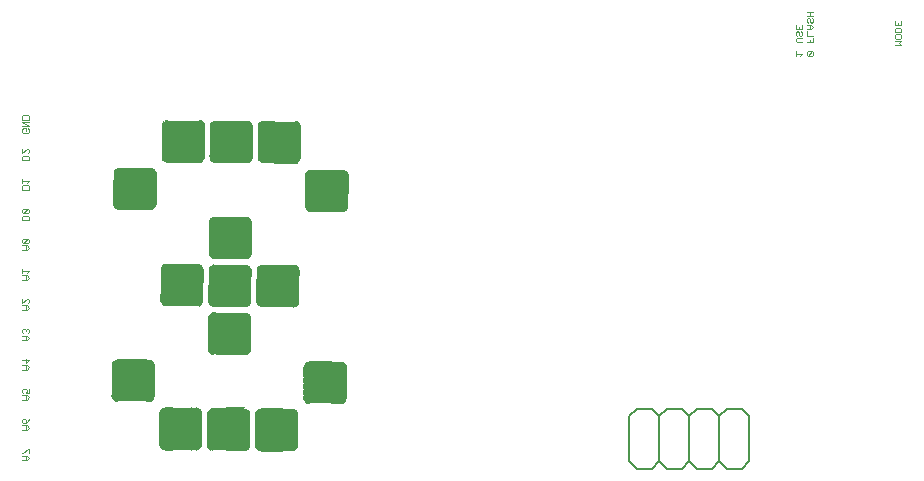
<source format=gbr>
G04 EAGLE Gerber RS-274X export*
G75*
%MOMM*%
%FSLAX34Y34*%
%LPD*%
%INSilkscreen Bottom*%
%IPPOS*%
%AMOC8*
5,1,8,0,0,1.08239X$1,22.5*%
G01*
%ADD10C,0.050800*%
%ADD11R,0.025400X1.625600*%
%ADD12R,0.025400X2.921000*%
%ADD13R,0.025400X0.025400*%
%ADD14R,0.025400X2.997200*%
%ADD15R,0.025400X3.124200*%
%ADD16R,0.025400X3.200400*%
%ADD17R,0.025400X3.302000*%
%ADD18R,0.025400X2.844800*%
%ADD19R,0.025400X3.352800*%
%ADD20R,0.025400X2.895600*%
%ADD21R,0.025400X3.048000*%
%ADD22R,0.025400X3.378200*%
%ADD23R,0.025400X3.149600*%
%ADD24R,0.025400X3.429000*%
%ADD25R,0.025400X3.225800*%
%ADD26R,0.025400X3.454400*%
%ADD27R,0.025400X3.479800*%
%ADD28R,0.025400X3.327400*%
%ADD29R,0.025400X3.505200*%
%ADD30R,0.025400X3.530600*%
%ADD31R,0.025400X3.556000*%
%ADD32R,0.025400X3.581400*%
%ADD33R,0.025400X3.606800*%
%ADD34R,0.025400X3.632200*%
%ADD35R,0.025400X3.403600*%
%ADD36R,0.025400X3.276600*%
%ADD37R,0.025400X3.251200*%
%ADD38R,0.025400X3.073400*%
%ADD39R,0.025400X2.971800*%
%ADD40R,0.025400X1.244600*%
%ADD41R,0.025400X0.050800*%
%ADD42R,0.025400X0.101600*%
%ADD43R,0.025400X0.076200*%
%ADD44R,0.025400X0.812800*%
%ADD45R,0.025400X3.098800*%
%ADD46R,0.025400X3.022600*%
%ADD47R,0.025400X2.819400*%
%ADD48R,0.025400X0.635000*%
%ADD49R,0.025400X1.828800*%
%ADD50R,0.025400X2.946400*%
%ADD51R,0.025400X0.457200*%
%ADD52R,0.025400X3.175000*%
%ADD53R,0.025400X3.657600*%
%ADD54R,0.025400X0.736600*%
%ADD55R,0.025400X2.032000*%
%ADD56R,0.025400X1.930400*%
%ADD57R,0.025400X1.016000*%
%ADD58R,0.025400X1.066800*%
%ADD59R,0.025400X0.609600*%
%ADD60R,0.025400X0.127000*%
%ADD61R,0.025400X2.870200*%
%ADD62R,0.025400X2.794000*%
%ADD63R,0.025400X0.177800*%
%ADD64R,0.025400X1.117600*%
%ADD65R,0.025400X1.524000*%
%ADD66R,0.025400X1.981200*%
%ADD67R,0.025400X2.768600*%
%ADD68R,0.025400X2.438400*%
%ADD69R,0.025400X1.168400*%
%ADD70R,0.025400X1.905000*%
%ADD71R,0.025400X0.838200*%
%ADD72R,0.025400X1.295400*%
%ADD73R,0.025400X2.260600*%
%ADD74R,0.025400X2.209800*%
%ADD75C,0.152400*%


D10*
X762170Y438482D02*
X765899Y438482D01*
X766831Y439414D01*
X766831Y441279D01*
X765899Y442211D01*
X762170Y442211D01*
X761238Y441279D01*
X761238Y439414D01*
X762170Y438482D01*
X765899Y442211D01*
X766831Y449708D02*
X761238Y449708D01*
X766831Y449708D02*
X766831Y453437D01*
X764034Y451573D02*
X764034Y449708D01*
X761238Y455321D02*
X766831Y455321D01*
X761238Y455321D02*
X761238Y459050D01*
X761238Y460935D02*
X764967Y460935D01*
X766831Y462799D01*
X764967Y464663D01*
X761238Y464663D01*
X764034Y464663D02*
X764034Y460935D01*
X766831Y469344D02*
X765899Y470276D01*
X766831Y469344D02*
X766831Y467480D01*
X765899Y466548D01*
X764967Y466548D01*
X764034Y467480D01*
X764034Y469344D01*
X763102Y470276D01*
X762170Y470276D01*
X761238Y469344D01*
X761238Y467480D01*
X762170Y466548D01*
X761238Y472161D02*
X766831Y472161D01*
X764034Y472161D02*
X764034Y475889D01*
X761238Y475889D02*
X766831Y475889D01*
X757687Y440346D02*
X755823Y438482D01*
X757687Y440346D02*
X752094Y440346D01*
X752094Y438482D02*
X752094Y442211D01*
X753026Y449708D02*
X757687Y449708D01*
X753026Y449708D02*
X752094Y450641D01*
X752094Y452505D01*
X753026Y453437D01*
X757687Y453437D01*
X757687Y458118D02*
X756755Y459050D01*
X757687Y458118D02*
X757687Y456254D01*
X756755Y455321D01*
X755823Y455321D01*
X754890Y456254D01*
X754890Y458118D01*
X753958Y459050D01*
X753026Y459050D01*
X752094Y458118D01*
X752094Y456254D01*
X753026Y455321D01*
X757687Y460935D02*
X757687Y464663D01*
X757687Y460935D02*
X752094Y460935D01*
X752094Y464663D01*
X754890Y462799D02*
X754890Y460935D01*
X835914Y447294D02*
X841507Y447294D01*
X839643Y449158D01*
X841507Y451023D01*
X835914Y451023D01*
X841507Y453839D02*
X841507Y455703D01*
X841507Y453839D02*
X840575Y452907D01*
X836846Y452907D01*
X835914Y453839D01*
X835914Y455703D01*
X836846Y456636D01*
X840575Y456636D01*
X841507Y455703D01*
X841507Y458520D02*
X835914Y458520D01*
X835914Y461317D01*
X836846Y462249D01*
X840575Y462249D01*
X841507Y461317D01*
X841507Y458520D01*
X841507Y464133D02*
X841507Y467862D01*
X841507Y464133D02*
X835914Y464133D01*
X835914Y467862D01*
X838710Y465998D02*
X838710Y464133D01*
D11*
X373386Y330077D03*
D12*
X373132Y324362D03*
D13*
X372878Y308868D03*
D14*
X372878Y324489D03*
D15*
X372624Y324108D03*
D16*
X372370Y324235D03*
D17*
X372116Y324235D03*
D18*
X371862Y161929D03*
D19*
X371862Y324235D03*
D20*
X371608Y161929D03*
D19*
X371608Y324235D03*
D21*
X371354Y161675D03*
D22*
X371354Y324108D03*
D23*
X371100Y161675D03*
D24*
X371100Y324108D03*
D25*
X370846Y161548D03*
D26*
X370846Y323981D03*
D17*
X370592Y161675D03*
D27*
X370592Y324108D03*
D28*
X370338Y161548D03*
D29*
X370338Y324235D03*
D22*
X370084Y161548D03*
D30*
X370084Y324108D03*
D24*
X369830Y161548D03*
D31*
X369830Y324235D03*
D26*
X369576Y161421D03*
D31*
X369576Y324235D03*
D27*
X369322Y161548D03*
D32*
X369322Y324108D03*
D30*
X369068Y161548D03*
D32*
X369068Y324108D03*
D30*
X368814Y161548D03*
D32*
X368814Y324108D03*
D31*
X368560Y161675D03*
D32*
X368560Y324108D03*
D31*
X368306Y161675D03*
D32*
X368306Y324108D03*
D31*
X368052Y161675D03*
D32*
X368052Y324108D03*
X367798Y161548D03*
X367798Y324108D03*
X367544Y161548D03*
X367544Y324108D03*
X367290Y161548D03*
X367290Y324108D03*
D33*
X367036Y161675D03*
D32*
X367036Y324108D03*
D33*
X366782Y161675D03*
D32*
X366782Y324108D03*
D33*
X366528Y161675D03*
D32*
X366528Y324108D03*
D33*
X366274Y161675D03*
D32*
X366274Y324108D03*
D33*
X366020Y161675D03*
D32*
X366020Y324108D03*
D33*
X365766Y161675D03*
D32*
X365766Y324108D03*
D33*
X365512Y161675D03*
D32*
X365512Y324108D03*
D33*
X365258Y161675D03*
D32*
X365258Y324108D03*
D33*
X365004Y161675D03*
D32*
X365004Y324108D03*
D34*
X364750Y161802D03*
D32*
X364750Y324108D03*
D34*
X364496Y161802D03*
D32*
X364496Y324108D03*
D34*
X364242Y161802D03*
D32*
X364242Y324108D03*
D34*
X363988Y161802D03*
D32*
X363988Y324108D03*
D34*
X363734Y161802D03*
D32*
X363734Y324108D03*
D34*
X363480Y161802D03*
D32*
X363480Y324108D03*
D34*
X363226Y161802D03*
D32*
X363226Y324108D03*
D34*
X362972Y161802D03*
D32*
X362972Y324108D03*
D34*
X362718Y161802D03*
D32*
X362718Y324108D03*
D34*
X362464Y161802D03*
D32*
X362464Y324108D03*
D34*
X362210Y161802D03*
D32*
X362210Y324108D03*
D34*
X361956Y161802D03*
D32*
X361956Y324108D03*
D34*
X361702Y161802D03*
D32*
X361702Y324108D03*
D34*
X361448Y161802D03*
D32*
X361448Y324108D03*
D34*
X361194Y161802D03*
D32*
X361194Y324108D03*
D34*
X360940Y161802D03*
D32*
X360940Y324108D03*
D34*
X360686Y161802D03*
D32*
X360686Y324108D03*
D34*
X360432Y161802D03*
D32*
X360432Y324108D03*
D34*
X360178Y161802D03*
D32*
X360178Y324108D03*
D34*
X359924Y161802D03*
D32*
X359924Y324108D03*
D34*
X359670Y161802D03*
D32*
X359670Y324108D03*
D33*
X359416Y161929D03*
D32*
X359416Y324108D03*
D33*
X359162Y161929D03*
D32*
X359162Y324108D03*
D33*
X358908Y161929D03*
D32*
X358908Y324108D03*
D33*
X358654Y161929D03*
D32*
X358654Y324108D03*
D33*
X358400Y161929D03*
D32*
X358400Y324108D03*
D33*
X358146Y161929D03*
D32*
X358146Y324108D03*
D33*
X357892Y161929D03*
D32*
X357892Y324108D03*
D33*
X357638Y161929D03*
D32*
X357638Y324108D03*
D33*
X357384Y161929D03*
D32*
X357384Y324108D03*
D33*
X357130Y161929D03*
D32*
X357130Y324108D03*
D33*
X356876Y161929D03*
D32*
X356876Y324108D03*
D33*
X356622Y161929D03*
D32*
X356622Y324108D03*
D33*
X356368Y161929D03*
D32*
X356368Y324108D03*
D33*
X356114Y161929D03*
D32*
X356114Y324108D03*
D33*
X355860Y161929D03*
D32*
X355860Y324108D03*
D33*
X355606Y161929D03*
D32*
X355606Y324108D03*
D33*
X355352Y161929D03*
D32*
X355352Y324108D03*
D33*
X355098Y161929D03*
D32*
X355098Y324108D03*
D33*
X354844Y161929D03*
D32*
X354844Y324108D03*
D33*
X354590Y161929D03*
D32*
X354590Y324108D03*
D33*
X354336Y161929D03*
D32*
X354336Y324108D03*
D33*
X354082Y161929D03*
D32*
X354082Y324108D03*
D33*
X353828Y161929D03*
D32*
X353828Y324108D03*
D33*
X353574Y161929D03*
D32*
X353574Y324108D03*
D33*
X353320Y161929D03*
X353320Y324235D03*
X353066Y161929D03*
X353066Y324235D03*
X352812Y161929D03*
X352812Y324235D03*
X352558Y161929D03*
X352558Y324235D03*
X352304Y161929D03*
X352304Y324235D03*
X352050Y161929D03*
X352050Y324235D03*
X351796Y161929D03*
X351796Y324235D03*
X351542Y161929D03*
X351542Y324235D03*
X351288Y161929D03*
X351288Y324235D03*
X351034Y161929D03*
X351034Y324235D03*
X350780Y161929D03*
X350780Y324235D03*
X350526Y161929D03*
X350526Y324235D03*
X350272Y161929D03*
X350272Y324235D03*
X350018Y161929D03*
X350018Y324235D03*
X349764Y161929D03*
X349764Y324235D03*
X349510Y161929D03*
X349510Y324235D03*
X349256Y161929D03*
X349256Y324235D03*
X349002Y161929D03*
X349002Y324235D03*
X348748Y161929D03*
X348748Y324235D03*
X348494Y161929D03*
X348494Y324235D03*
X348240Y161929D03*
X348240Y324235D03*
X347986Y161929D03*
X347986Y324235D03*
X347732Y161929D03*
X347732Y324235D03*
X347478Y161929D03*
X347478Y324235D03*
X347224Y161929D03*
X347224Y324235D03*
X346970Y161929D03*
X346970Y324235D03*
X346716Y161929D03*
X346716Y324235D03*
X346462Y161929D03*
X346462Y324235D03*
X346208Y161929D03*
X346208Y324235D03*
X345954Y161929D03*
X345954Y324235D03*
X345700Y161929D03*
D32*
X345700Y324362D03*
D33*
X345446Y161929D03*
D32*
X345446Y324362D03*
D33*
X345192Y161929D03*
D32*
X345192Y324362D03*
D33*
X344938Y161929D03*
D32*
X344938Y324362D03*
D33*
X344684Y161929D03*
D32*
X344684Y324362D03*
D33*
X344430Y161929D03*
D32*
X344430Y324362D03*
D33*
X344176Y161929D03*
D32*
X344176Y324362D03*
D33*
X343922Y161929D03*
D32*
X343922Y324362D03*
D33*
X343668Y161929D03*
D32*
X343668Y324362D03*
D33*
X343414Y161929D03*
D32*
X343414Y324362D03*
D33*
X343160Y161929D03*
D32*
X343160Y324362D03*
D33*
X342906Y161929D03*
D32*
X342906Y324362D03*
D33*
X342652Y161929D03*
D32*
X342652Y324362D03*
D33*
X342398Y161929D03*
D32*
X342398Y324362D03*
D33*
X342144Y161929D03*
D32*
X342144Y324362D03*
D33*
X341890Y161929D03*
D32*
X341890Y324362D03*
D33*
X341636Y161929D03*
D32*
X341636Y324362D03*
D33*
X341382Y161929D03*
D31*
X341382Y324235D03*
D33*
X341128Y161929D03*
D31*
X341128Y324235D03*
D33*
X340874Y161929D03*
D31*
X340874Y324235D03*
D32*
X340620Y161802D03*
D30*
X340620Y324362D03*
D32*
X340366Y161802D03*
D29*
X340366Y324235D03*
D32*
X340112Y161802D03*
D27*
X340112Y324362D03*
D32*
X339858Y161802D03*
D26*
X339858Y324235D03*
D31*
X339604Y161675D03*
D35*
X339604Y324235D03*
D30*
X339350Y161802D03*
D19*
X339350Y324235D03*
D30*
X339096Y161802D03*
D28*
X339096Y324362D03*
D27*
X338842Y161802D03*
D36*
X338842Y324108D03*
D27*
X338588Y161802D03*
D37*
X338588Y323981D03*
D26*
X338334Y161675D03*
D23*
X338334Y324235D03*
D22*
X338080Y161802D03*
D38*
X338080Y324108D03*
D19*
X337826Y161675D03*
D39*
X337826Y324108D03*
D28*
X337572Y161548D03*
D40*
X337572Y316488D03*
D13*
X337572Y323092D03*
X337572Y323600D03*
X337572Y324108D03*
X337572Y324616D03*
X337572Y325124D03*
X337572Y325632D03*
X337572Y326140D03*
X337572Y326648D03*
X337572Y327156D03*
X337572Y327664D03*
X337572Y328172D03*
X337572Y328680D03*
X337572Y329188D03*
X337572Y329696D03*
X337572Y330204D03*
X337572Y330712D03*
X337572Y331220D03*
X337572Y331728D03*
X337572Y332236D03*
X337572Y332744D03*
X337572Y333252D03*
X337572Y333760D03*
X337572Y334268D03*
X337572Y334776D03*
X337572Y335284D03*
X337572Y335792D03*
X337572Y336300D03*
X337572Y336808D03*
X337572Y337316D03*
D41*
X337572Y337951D03*
D36*
X337318Y161548D03*
D42*
X337318Y310773D03*
D43*
X337318Y311916D03*
X337318Y312932D03*
X337318Y313948D03*
D44*
X337318Y318647D03*
D25*
X337064Y161548D03*
D45*
X336810Y161675D03*
D46*
X336556Y161548D03*
D47*
X336302Y161294D03*
D13*
X336302Y175772D03*
D42*
X336048Y147959D03*
D41*
X336048Y148975D03*
D43*
X336048Y149864D03*
X336048Y150880D03*
X336048Y151896D03*
X336048Y152912D03*
X336048Y153928D03*
X336048Y154944D03*
X336048Y155960D03*
X336048Y156976D03*
X336048Y157992D03*
X336048Y159008D03*
X336048Y160024D03*
X336048Y161040D03*
X336048Y162056D03*
X336048Y163072D03*
X336048Y164088D03*
X336048Y165104D03*
X336048Y166120D03*
X336048Y167136D03*
X336048Y168152D03*
D48*
X336048Y171962D03*
D49*
X333000Y370463D03*
D50*
X332746Y365383D03*
D45*
X332492Y365129D03*
D15*
X332238Y365256D03*
D51*
X331984Y254385D03*
D16*
X331984Y365383D03*
D12*
X331730Y243590D03*
D17*
X331730Y365129D03*
D38*
X331476Y243336D03*
D19*
X331476Y365129D03*
D23*
X331222Y243209D03*
D19*
X331222Y365129D03*
D16*
X330968Y243209D03*
D22*
X330968Y365256D03*
D47*
X330714Y121924D03*
D36*
X330714Y243336D03*
D24*
X330714Y365256D03*
D46*
X330460Y121416D03*
D17*
X330460Y243209D03*
D27*
X330460Y365002D03*
D15*
X330206Y121416D03*
D19*
X330206Y243209D03*
D29*
X330206Y365129D03*
D52*
X329952Y121416D03*
D35*
X329952Y243209D03*
D29*
X329952Y365129D03*
D25*
X329698Y121416D03*
D24*
X329698Y243336D03*
D30*
X329698Y365002D03*
D17*
X329444Y121289D03*
D27*
X329444Y243336D03*
D31*
X329444Y365129D03*
D28*
X329190Y121416D03*
D29*
X329190Y243209D03*
D31*
X329190Y365129D03*
D22*
X328936Y121416D03*
D29*
X328936Y243209D03*
D32*
X328936Y365002D03*
D24*
X328682Y121416D03*
D30*
X328682Y243336D03*
D32*
X328682Y365002D03*
D27*
X328428Y121416D03*
D31*
X328428Y243209D03*
D32*
X328428Y365002D03*
D29*
X328174Y121289D03*
D31*
X328174Y243209D03*
D32*
X328174Y365002D03*
D29*
X327920Y121289D03*
D31*
X327920Y243209D03*
D32*
X327920Y365002D03*
D30*
X327666Y121416D03*
D31*
X327666Y243209D03*
D33*
X327666Y364875D03*
D31*
X327412Y121289D03*
D32*
X327412Y243082D03*
D33*
X327412Y364875D03*
D31*
X327158Y121289D03*
D33*
X327158Y243209D03*
X327158Y364875D03*
D31*
X326904Y121289D03*
D33*
X326904Y243209D03*
X326904Y364875D03*
D31*
X326650Y121289D03*
D33*
X326650Y243209D03*
X326650Y364875D03*
D31*
X326396Y121289D03*
D33*
X326396Y243209D03*
X326396Y364875D03*
D34*
X326142Y121670D03*
D33*
X326142Y243209D03*
X326142Y364875D03*
D34*
X325888Y121670D03*
D33*
X325888Y243209D03*
X325888Y364875D03*
D34*
X325634Y121670D03*
D33*
X325634Y243209D03*
X325634Y364875D03*
D34*
X325380Y121670D03*
D33*
X325380Y243209D03*
X325380Y364875D03*
D34*
X325126Y121670D03*
D33*
X325126Y243209D03*
X325126Y364875D03*
D34*
X324872Y121670D03*
D33*
X324872Y243209D03*
D32*
X324872Y365002D03*
D34*
X324618Y121670D03*
D33*
X324618Y243209D03*
D32*
X324618Y365002D03*
D34*
X324364Y121670D03*
D33*
X324364Y243209D03*
D32*
X324364Y365002D03*
D34*
X324110Y121670D03*
D33*
X324110Y243209D03*
D32*
X324110Y365002D03*
D34*
X323856Y121670D03*
D32*
X323856Y243336D03*
X323856Y365002D03*
D34*
X323602Y121670D03*
D32*
X323602Y243336D03*
X323602Y365002D03*
D34*
X323348Y121670D03*
D32*
X323348Y243336D03*
X323348Y365002D03*
D34*
X323094Y121670D03*
D32*
X323094Y243336D03*
X323094Y365002D03*
D34*
X322840Y121670D03*
D32*
X322840Y243336D03*
X322840Y365002D03*
D34*
X322586Y121670D03*
D32*
X322586Y243336D03*
X322586Y365002D03*
D34*
X322332Y121670D03*
D32*
X322332Y243336D03*
X322332Y365002D03*
D34*
X322078Y121670D03*
D32*
X322078Y243336D03*
X322078Y365002D03*
D34*
X321824Y121670D03*
D32*
X321824Y243336D03*
X321824Y365002D03*
D34*
X321570Y121670D03*
D32*
X321570Y243336D03*
X321570Y365002D03*
D34*
X321316Y121670D03*
D32*
X321316Y243336D03*
X321316Y365002D03*
D34*
X321062Y121670D03*
D32*
X321062Y243336D03*
X321062Y365002D03*
D34*
X320808Y121670D03*
D32*
X320808Y243336D03*
X320808Y365002D03*
D34*
X320554Y121670D03*
D32*
X320554Y243336D03*
X320554Y365002D03*
D34*
X320300Y121670D03*
D32*
X320300Y243336D03*
X320300Y365002D03*
D34*
X320046Y121670D03*
D32*
X320046Y243336D03*
X320046Y365002D03*
D34*
X319792Y121670D03*
D32*
X319792Y243336D03*
X319792Y365002D03*
D34*
X319538Y121670D03*
D32*
X319538Y243336D03*
X319538Y365002D03*
D34*
X319284Y121670D03*
D32*
X319284Y243336D03*
X319284Y365002D03*
D34*
X319030Y121670D03*
D32*
X319030Y243336D03*
X319030Y365002D03*
D34*
X318776Y121670D03*
D32*
X318776Y243336D03*
X318776Y365002D03*
D34*
X318522Y121670D03*
D32*
X318522Y243336D03*
X318522Y365002D03*
D53*
X318268Y121797D03*
D32*
X318268Y243336D03*
X318268Y365002D03*
D53*
X318014Y121797D03*
D32*
X318014Y243336D03*
X318014Y365002D03*
D53*
X317760Y121797D03*
D32*
X317760Y243336D03*
X317760Y365002D03*
D53*
X317506Y121797D03*
D32*
X317506Y243336D03*
X317506Y365002D03*
D53*
X317252Y121797D03*
D32*
X317252Y243336D03*
X317252Y365002D03*
D53*
X316998Y121797D03*
D32*
X316998Y243336D03*
X316998Y365002D03*
D53*
X316744Y121797D03*
D32*
X316744Y243336D03*
X316744Y365002D03*
D53*
X316490Y121797D03*
D32*
X316490Y243336D03*
X316490Y365002D03*
D53*
X316236Y121797D03*
D32*
X316236Y243336D03*
X316236Y365002D03*
D53*
X315982Y121797D03*
D32*
X315982Y243336D03*
X315982Y365002D03*
D53*
X315728Y121797D03*
D32*
X315728Y243336D03*
X315728Y365002D03*
D53*
X315474Y121797D03*
D32*
X315474Y243336D03*
X315474Y365002D03*
D53*
X315220Y121797D03*
D32*
X315220Y243336D03*
X315220Y365002D03*
D53*
X314966Y121797D03*
D32*
X314966Y243336D03*
X314966Y365002D03*
D53*
X314712Y121797D03*
D32*
X314712Y243336D03*
X314712Y365002D03*
D53*
X314458Y121797D03*
D32*
X314458Y243336D03*
X314458Y365002D03*
D53*
X314204Y121797D03*
D32*
X314204Y243336D03*
X314204Y365002D03*
D53*
X313950Y121797D03*
D32*
X313950Y243336D03*
X313950Y365002D03*
D53*
X313696Y121797D03*
D32*
X313696Y243336D03*
X313696Y365002D03*
D53*
X313442Y121797D03*
D32*
X313442Y243336D03*
X313442Y365002D03*
D53*
X313188Y121797D03*
D32*
X313188Y243336D03*
X313188Y365002D03*
D53*
X312934Y121797D03*
D32*
X312934Y243336D03*
X312934Y365002D03*
D53*
X312680Y121797D03*
D32*
X312680Y243336D03*
X312680Y365002D03*
D53*
X312426Y121797D03*
D32*
X312426Y243336D03*
X312426Y365002D03*
D53*
X312172Y121797D03*
D32*
X312172Y243336D03*
X312172Y365002D03*
D53*
X311918Y121797D03*
D32*
X311918Y243336D03*
X311918Y365002D03*
D53*
X311664Y121797D03*
D32*
X311664Y243336D03*
X311664Y365002D03*
D53*
X311410Y121797D03*
D32*
X311410Y243336D03*
X311410Y365002D03*
D53*
X311156Y121797D03*
D32*
X311156Y243336D03*
X311156Y365002D03*
D53*
X310902Y121797D03*
D32*
X310902Y243336D03*
D33*
X310902Y365129D03*
D53*
X310648Y121797D03*
D32*
X310648Y243336D03*
D34*
X310648Y365256D03*
D53*
X310394Y121797D03*
D32*
X310394Y243336D03*
D33*
X310394Y365129D03*
D53*
X310140Y121797D03*
D32*
X310140Y243336D03*
D33*
X310140Y365129D03*
D53*
X309886Y121797D03*
D32*
X309886Y243336D03*
D33*
X309886Y365129D03*
D53*
X309632Y121797D03*
D32*
X309632Y243336D03*
D33*
X309632Y365129D03*
D53*
X309378Y121797D03*
D32*
X309378Y243336D03*
D33*
X309378Y365129D03*
D53*
X309124Y121797D03*
D32*
X309124Y243336D03*
D33*
X309124Y365129D03*
D53*
X308870Y121797D03*
D32*
X308870Y243336D03*
D33*
X308870Y365129D03*
D53*
X308616Y121797D03*
D32*
X308616Y243336D03*
D33*
X308616Y365129D03*
D53*
X308362Y121797D03*
D32*
X308362Y243336D03*
D33*
X308362Y365129D03*
D53*
X308108Y121797D03*
D32*
X308108Y243336D03*
D33*
X308108Y365129D03*
D53*
X307854Y121797D03*
D32*
X307854Y243336D03*
D33*
X307854Y365129D03*
D53*
X307600Y121797D03*
D32*
X307600Y243336D03*
D33*
X307600Y365129D03*
D53*
X307346Y121797D03*
D32*
X307346Y243336D03*
D33*
X307346Y365129D03*
D53*
X307092Y121797D03*
D32*
X307092Y243336D03*
D33*
X307092Y365129D03*
D53*
X306838Y121797D03*
D32*
X306838Y243336D03*
D33*
X306838Y365129D03*
D53*
X306584Y121797D03*
D32*
X306584Y243336D03*
D33*
X306584Y365129D03*
D53*
X306330Y121797D03*
D32*
X306330Y243336D03*
D33*
X306330Y365129D03*
D53*
X306076Y121797D03*
D32*
X306076Y243336D03*
D33*
X306076Y365129D03*
D53*
X305822Y121797D03*
D32*
X305822Y243336D03*
D33*
X305822Y365129D03*
D53*
X305568Y121797D03*
D32*
X305568Y243336D03*
D33*
X305568Y365129D03*
D53*
X305314Y121797D03*
D32*
X305314Y243336D03*
D33*
X305314Y365129D03*
D53*
X305060Y121797D03*
D32*
X305060Y243336D03*
D33*
X305060Y365129D03*
D53*
X304806Y121797D03*
D32*
X304806Y243336D03*
D33*
X304806Y365129D03*
D53*
X304552Y121797D03*
D32*
X304552Y243336D03*
D33*
X304552Y365129D03*
D53*
X304298Y121797D03*
D32*
X304298Y243336D03*
D33*
X304298Y365129D03*
D53*
X304044Y121797D03*
D32*
X304044Y243336D03*
D33*
X304044Y365129D03*
D53*
X303790Y121797D03*
D32*
X303790Y243336D03*
D33*
X303790Y365129D03*
D53*
X303536Y121797D03*
D32*
X303536Y243336D03*
D33*
X303536Y365129D03*
D53*
X303282Y121797D03*
D32*
X303282Y243336D03*
D33*
X303282Y365129D03*
D53*
X303028Y121797D03*
D32*
X303028Y243336D03*
D33*
X303028Y365129D03*
D53*
X302774Y121797D03*
D32*
X302774Y243336D03*
D33*
X302774Y365129D03*
D53*
X302520Y121797D03*
D32*
X302520Y243336D03*
D33*
X302520Y365129D03*
D53*
X302266Y121797D03*
D32*
X302266Y243336D03*
D33*
X302266Y365129D03*
D53*
X302012Y121797D03*
D32*
X302012Y243336D03*
D33*
X302012Y365129D03*
D53*
X301758Y121797D03*
D32*
X301758Y243336D03*
D34*
X301758Y365256D03*
D53*
X301504Y121797D03*
D32*
X301504Y243336D03*
X301504Y365256D03*
D53*
X301250Y121797D03*
D32*
X301250Y243336D03*
D31*
X301250Y365129D03*
D53*
X300996Y121797D03*
D32*
X300996Y243336D03*
D31*
X300996Y365129D03*
D53*
X300742Y121797D03*
D32*
X300742Y243336D03*
D31*
X300742Y365129D03*
D53*
X300488Y121797D03*
D32*
X300488Y243336D03*
D30*
X300488Y365256D03*
D53*
X300234Y121797D03*
D32*
X300234Y243336D03*
D30*
X300234Y365256D03*
D34*
X299980Y121924D03*
D32*
X299980Y243336D03*
D29*
X299980Y365129D03*
D31*
X299726Y121543D03*
D30*
X299726Y243336D03*
D26*
X299726Y365383D03*
D31*
X299472Y121543D03*
D30*
X299472Y243336D03*
D24*
X299472Y365256D03*
D32*
X299218Y121670D03*
D30*
X299218Y243336D03*
D35*
X299218Y365129D03*
D31*
X298964Y121543D03*
D30*
X298964Y243336D03*
D19*
X298964Y365129D03*
D31*
X298710Y121543D03*
D26*
X298710Y243463D03*
D17*
X298710Y365129D03*
D30*
X298456Y121416D03*
D26*
X298456Y243463D03*
D37*
X298456Y365129D03*
D29*
X298202Y121543D03*
D24*
X298202Y243336D03*
D16*
X298202Y365129D03*
D27*
X297948Y121670D03*
D22*
X297948Y243336D03*
D23*
X297948Y365129D03*
D29*
X297694Y121543D03*
D28*
X297694Y243336D03*
D38*
X297694Y365002D03*
D26*
X297440Y121543D03*
D36*
X297440Y243336D03*
D50*
X297440Y364875D03*
D35*
X297186Y121543D03*
D25*
X297186Y243336D03*
D54*
X297186Y355096D03*
D13*
X297186Y359668D03*
X297186Y360684D03*
X297186Y361700D03*
X297186Y362716D03*
X297186Y363732D03*
X297186Y364748D03*
X297186Y365764D03*
X297186Y366780D03*
X297186Y367796D03*
X297186Y368812D03*
D35*
X296932Y121543D03*
D23*
X296932Y243209D03*
D19*
X296678Y121543D03*
D45*
X296678Y243209D03*
D17*
X296424Y121543D03*
D14*
X296424Y243209D03*
D25*
X296170Y121416D03*
D55*
X296170Y239399D03*
D23*
X295916Y121543D03*
D45*
X295662Y121289D03*
D21*
X295408Y121289D03*
D47*
X295154Y121162D03*
D56*
X292360Y370209D03*
D50*
X292106Y365637D03*
D57*
X291852Y292993D03*
D38*
X291852Y365510D03*
D58*
X291598Y292993D03*
D15*
X291598Y365510D03*
D59*
X291344Y254131D03*
D12*
X291344Y284484D03*
D16*
X291344Y365637D03*
D60*
X291090Y215650D03*
D12*
X291090Y243844D03*
D45*
X291090Y284357D03*
D36*
X291090Y365510D03*
D61*
X290836Y203458D03*
D21*
X290836Y243717D03*
D16*
X290836Y284357D03*
D22*
X290836Y365510D03*
D46*
X290582Y203204D03*
D45*
X290582Y243717D03*
D37*
X290582Y284357D03*
D22*
X290582Y365510D03*
D38*
X290328Y203204D03*
D23*
X290328Y243717D03*
D17*
X290328Y284357D03*
D22*
X290328Y365510D03*
D62*
X290074Y122305D03*
D23*
X290074Y203077D03*
D37*
X290074Y243717D03*
D19*
X290074Y284357D03*
D24*
X290074Y365510D03*
D14*
X289820Y122051D03*
D37*
X289820Y203077D03*
D19*
X289820Y243717D03*
D22*
X289820Y284230D03*
D27*
X289820Y365510D03*
D15*
X289566Y121924D03*
D17*
X289566Y203077D03*
D22*
X289566Y243590D03*
D24*
X289566Y284230D03*
D27*
X289566Y365510D03*
D25*
X289312Y121924D03*
D19*
X289312Y203077D03*
D35*
X289312Y243463D03*
D26*
X289312Y284357D03*
D29*
X289312Y365383D03*
D36*
X289058Y121924D03*
D22*
X289058Y202950D03*
D24*
X289058Y243590D03*
D26*
X289058Y284357D03*
D31*
X289058Y365383D03*
D28*
X288804Y121924D03*
D35*
X288804Y203077D03*
D26*
X288804Y243717D03*
D27*
X288804Y284230D03*
D31*
X288804Y365383D03*
D22*
X288550Y121924D03*
D26*
X288550Y203077D03*
D27*
X288550Y243590D03*
X288550Y284230D03*
D32*
X288550Y365510D03*
D35*
X288296Y121797D03*
D27*
X288296Y202950D03*
D29*
X288296Y243717D03*
D30*
X288296Y284230D03*
D32*
X288296Y365256D03*
D24*
X288042Y121670D03*
D29*
X288042Y203077D03*
D30*
X288042Y243590D03*
D31*
X288042Y284103D03*
D32*
X288042Y365256D03*
D26*
X287788Y121797D03*
D29*
X287788Y203077D03*
D31*
X287788Y243463D03*
X287788Y284103D03*
D32*
X287788Y365256D03*
D26*
X287534Y121797D03*
D30*
X287534Y202950D03*
D31*
X287534Y243463D03*
X287534Y284103D03*
D32*
X287534Y365256D03*
D29*
X287280Y121797D03*
D31*
X287280Y202823D03*
X287280Y243463D03*
X287280Y284103D03*
D33*
X287280Y365129D03*
D30*
X287026Y121670D03*
D32*
X287026Y202950D03*
X287026Y243590D03*
D31*
X287026Y284103D03*
D33*
X287026Y365129D03*
D29*
X286772Y121797D03*
D31*
X286772Y202823D03*
D32*
X286772Y243590D03*
D31*
X286772Y284103D03*
D33*
X286772Y365129D03*
D31*
X286518Y121797D03*
D32*
X286518Y202950D03*
D33*
X286518Y243717D03*
D32*
X286518Y283976D03*
D33*
X286518Y365129D03*
D32*
X286264Y121670D03*
D33*
X286264Y203077D03*
X286264Y243717D03*
D32*
X286264Y283976D03*
D33*
X286264Y365129D03*
X286010Y121797D03*
X286010Y203077D03*
X286010Y243717D03*
D31*
X286010Y284103D03*
D33*
X286010Y365129D03*
X285756Y121797D03*
X285756Y203077D03*
X285756Y243717D03*
D31*
X285756Y284103D03*
D33*
X285756Y365129D03*
X285502Y121797D03*
D13*
X285502Y140212D03*
D33*
X285502Y203077D03*
X285502Y243717D03*
D31*
X285502Y284103D03*
D32*
X285502Y365256D03*
D53*
X285248Y122051D03*
D33*
X285248Y203077D03*
X285248Y243717D03*
D31*
X285248Y284103D03*
D32*
X285248Y365256D03*
D53*
X284994Y122051D03*
D33*
X284994Y203077D03*
X284994Y243717D03*
D31*
X284994Y284103D03*
D32*
X284994Y365256D03*
D53*
X284740Y122051D03*
D33*
X284740Y203077D03*
X284740Y243717D03*
D31*
X284740Y284103D03*
D32*
X284740Y365256D03*
D53*
X284486Y122051D03*
D33*
X284486Y203077D03*
X284486Y243717D03*
D31*
X284486Y284103D03*
D32*
X284486Y365256D03*
D53*
X284232Y122051D03*
D33*
X284232Y203077D03*
X284232Y243717D03*
D31*
X284232Y284103D03*
D32*
X284232Y365256D03*
D53*
X283978Y122051D03*
D33*
X283978Y203077D03*
X283978Y243717D03*
D31*
X283978Y284103D03*
D32*
X283978Y365256D03*
D53*
X283724Y122051D03*
D33*
X283724Y203077D03*
X283724Y243717D03*
D31*
X283724Y284103D03*
D32*
X283724Y365256D03*
D53*
X283470Y122051D03*
D33*
X283470Y203077D03*
X283470Y243717D03*
D31*
X283470Y284103D03*
D32*
X283470Y365256D03*
D53*
X283216Y122051D03*
D33*
X283216Y203077D03*
X283216Y243717D03*
D31*
X283216Y284103D03*
D32*
X283216Y365256D03*
D53*
X282962Y122051D03*
D33*
X282962Y203077D03*
X282962Y243717D03*
D31*
X282962Y284103D03*
D32*
X282962Y365256D03*
D53*
X282708Y122051D03*
D33*
X282708Y203077D03*
X282708Y243717D03*
D31*
X282708Y284103D03*
D32*
X282708Y365256D03*
D53*
X282454Y122051D03*
D33*
X282454Y203077D03*
X282454Y243717D03*
D31*
X282454Y284103D03*
D32*
X282454Y365256D03*
D53*
X282200Y122051D03*
D33*
X282200Y203077D03*
X282200Y243717D03*
D31*
X282200Y284103D03*
D32*
X282200Y365256D03*
D53*
X281946Y122051D03*
D33*
X281946Y203077D03*
X281946Y243717D03*
D31*
X281946Y284103D03*
D32*
X281946Y365256D03*
D53*
X281692Y122051D03*
D33*
X281692Y203077D03*
X281692Y243717D03*
D31*
X281692Y284103D03*
D32*
X281692Y365256D03*
D53*
X281438Y122051D03*
D33*
X281438Y203077D03*
X281438Y243717D03*
D31*
X281438Y284103D03*
D32*
X281438Y365256D03*
D53*
X281184Y122051D03*
D33*
X281184Y203077D03*
X281184Y243717D03*
D31*
X281184Y284103D03*
D32*
X281184Y365256D03*
D53*
X280930Y122051D03*
D33*
X280930Y203077D03*
X280930Y243717D03*
D31*
X280930Y284103D03*
D32*
X280930Y365256D03*
D53*
X280676Y122051D03*
D33*
X280676Y203077D03*
X280676Y243717D03*
D31*
X280676Y284103D03*
D32*
X280676Y365256D03*
D53*
X280422Y122051D03*
D33*
X280422Y203077D03*
X280422Y243717D03*
D31*
X280422Y284103D03*
D32*
X280422Y365256D03*
D53*
X280168Y122051D03*
D33*
X280168Y203077D03*
X280168Y243717D03*
D31*
X280168Y284103D03*
D32*
X280168Y365256D03*
D53*
X279914Y122051D03*
D34*
X279914Y203204D03*
D33*
X279914Y243717D03*
D32*
X279914Y284230D03*
X279914Y365256D03*
D53*
X279660Y122051D03*
D34*
X279660Y203204D03*
D33*
X279660Y243717D03*
X279660Y284357D03*
D32*
X279660Y365256D03*
D53*
X279406Y122051D03*
D34*
X279406Y203204D03*
D33*
X279406Y243717D03*
X279406Y284357D03*
D32*
X279406Y365256D03*
D53*
X279152Y122051D03*
D34*
X279152Y203204D03*
D33*
X279152Y243717D03*
X279152Y284357D03*
D32*
X279152Y365256D03*
D53*
X278898Y122051D03*
D34*
X278898Y203204D03*
D33*
X278898Y243717D03*
X278898Y284357D03*
D32*
X278898Y365256D03*
D53*
X278644Y122051D03*
D34*
X278644Y203204D03*
D33*
X278644Y243717D03*
X278644Y284357D03*
D32*
X278644Y365256D03*
D53*
X278390Y122051D03*
D34*
X278390Y203204D03*
D33*
X278390Y243717D03*
X278390Y284357D03*
D32*
X278390Y365256D03*
D53*
X278136Y122051D03*
D34*
X278136Y203204D03*
D33*
X278136Y243717D03*
X278136Y284357D03*
D32*
X278136Y365256D03*
D53*
X277882Y122051D03*
D34*
X277882Y203204D03*
D33*
X277882Y243717D03*
X277882Y284357D03*
D32*
X277882Y365256D03*
D53*
X277628Y122051D03*
D34*
X277628Y203204D03*
D33*
X277628Y243717D03*
X277628Y284357D03*
D32*
X277628Y365256D03*
D53*
X277374Y122051D03*
D34*
X277374Y203204D03*
D33*
X277374Y243717D03*
X277374Y284357D03*
D32*
X277374Y365256D03*
D53*
X277120Y122051D03*
D34*
X277120Y203204D03*
D33*
X277120Y243717D03*
X277120Y284357D03*
D32*
X277120Y365256D03*
D53*
X276866Y122051D03*
D34*
X276866Y203204D03*
D33*
X276866Y243717D03*
X276866Y284357D03*
D32*
X276866Y365256D03*
D53*
X276612Y122051D03*
D34*
X276612Y203204D03*
D33*
X276612Y243717D03*
X276612Y284357D03*
D32*
X276612Y365256D03*
D53*
X276358Y122051D03*
D34*
X276358Y203204D03*
D33*
X276358Y243717D03*
X276358Y284357D03*
D32*
X276358Y365256D03*
D53*
X276104Y122051D03*
D34*
X276104Y203204D03*
D33*
X276104Y243717D03*
X276104Y284357D03*
D32*
X276104Y365256D03*
D53*
X275850Y122051D03*
D34*
X275850Y203204D03*
D33*
X275850Y243717D03*
X275850Y284357D03*
D32*
X275850Y365256D03*
D53*
X275596Y122051D03*
D34*
X275596Y203204D03*
D33*
X275596Y243717D03*
X275596Y284357D03*
D32*
X275596Y365256D03*
D53*
X275342Y122051D03*
D34*
X275342Y203204D03*
D33*
X275342Y243717D03*
X275342Y284357D03*
D32*
X275342Y365256D03*
D53*
X275088Y122051D03*
D34*
X275088Y203204D03*
D33*
X275088Y243717D03*
X275088Y284357D03*
D32*
X275088Y365256D03*
D53*
X274834Y122051D03*
D34*
X274834Y203204D03*
D33*
X274834Y243717D03*
X274834Y284357D03*
D32*
X274834Y365256D03*
D53*
X274580Y122051D03*
D34*
X274580Y203204D03*
D33*
X274580Y243717D03*
X274580Y284357D03*
D32*
X274580Y365256D03*
D53*
X274326Y122051D03*
D34*
X274326Y203204D03*
D33*
X274326Y243717D03*
X274326Y284357D03*
D32*
X274326Y365256D03*
D53*
X274072Y122051D03*
D34*
X274072Y203204D03*
D33*
X274072Y243717D03*
X274072Y284357D03*
D32*
X274072Y365256D03*
D53*
X273818Y122051D03*
D34*
X273818Y203204D03*
D33*
X273818Y243717D03*
X273818Y284357D03*
D32*
X273818Y365256D03*
D53*
X273564Y122051D03*
D34*
X273564Y203204D03*
D33*
X273564Y243717D03*
X273564Y284357D03*
D32*
X273564Y365256D03*
D53*
X273310Y122051D03*
D34*
X273310Y203204D03*
D33*
X273310Y243717D03*
X273310Y284357D03*
D32*
X273310Y365256D03*
D53*
X273056Y122051D03*
D34*
X273056Y203204D03*
D33*
X273056Y243717D03*
X273056Y284357D03*
D32*
X273056Y365256D03*
D53*
X272802Y122051D03*
D34*
X272802Y203204D03*
D33*
X272802Y243717D03*
X272802Y284357D03*
D32*
X272802Y365256D03*
D53*
X272548Y122051D03*
D34*
X272548Y203204D03*
D33*
X272548Y243717D03*
X272548Y284357D03*
D32*
X272548Y365256D03*
D53*
X272294Y122051D03*
D34*
X272294Y203204D03*
D33*
X272294Y243717D03*
X272294Y284357D03*
D32*
X272294Y365256D03*
D53*
X272040Y122051D03*
D34*
X272040Y203204D03*
D33*
X272040Y243717D03*
X272040Y284357D03*
D32*
X272040Y365256D03*
D53*
X271786Y122051D03*
D34*
X271786Y203204D03*
D33*
X271786Y243717D03*
X271786Y284357D03*
D32*
X271786Y365256D03*
D53*
X271532Y122051D03*
D34*
X271532Y203204D03*
D33*
X271532Y243717D03*
X271532Y284357D03*
D32*
X271532Y365256D03*
D53*
X271278Y122051D03*
D34*
X271278Y203204D03*
D33*
X271278Y243717D03*
X271278Y284357D03*
D32*
X271278Y365256D03*
D53*
X271024Y122051D03*
D34*
X271024Y203204D03*
D33*
X271024Y243717D03*
X271024Y284357D03*
D32*
X271024Y365256D03*
D53*
X270770Y122051D03*
D34*
X270770Y203204D03*
D33*
X270770Y243717D03*
X270770Y284357D03*
D32*
X270770Y365256D03*
D53*
X270516Y122051D03*
D34*
X270516Y203204D03*
D33*
X270516Y243717D03*
X270516Y284357D03*
D32*
X270516Y365256D03*
D34*
X270262Y122178D03*
X270262Y203204D03*
D33*
X270262Y243717D03*
X270262Y284357D03*
D32*
X270262Y365256D03*
D33*
X270008Y122305D03*
D34*
X270008Y203204D03*
D33*
X270008Y243717D03*
X270008Y284357D03*
D32*
X270008Y365256D03*
D33*
X269754Y122305D03*
D34*
X269754Y203204D03*
D33*
X269754Y243717D03*
X269754Y284357D03*
D32*
X269754Y365256D03*
D33*
X269500Y122305D03*
D34*
X269500Y203204D03*
D33*
X269500Y243717D03*
X269500Y284357D03*
X269500Y365383D03*
X269246Y122305D03*
D34*
X269246Y203204D03*
D33*
X269246Y243717D03*
X269246Y284357D03*
X269246Y365383D03*
X268992Y122305D03*
D34*
X268992Y203204D03*
D33*
X268992Y243717D03*
X268992Y284357D03*
D34*
X268992Y365510D03*
D33*
X268738Y122305D03*
D34*
X268738Y203204D03*
D33*
X268738Y243717D03*
X268738Y284357D03*
D34*
X268738Y365510D03*
D33*
X268484Y122305D03*
D34*
X268484Y203204D03*
D33*
X268484Y243717D03*
X268484Y284357D03*
D34*
X268484Y365510D03*
D33*
X268230Y122305D03*
D34*
X268230Y203204D03*
D33*
X268230Y243717D03*
X268230Y284357D03*
D34*
X268230Y365510D03*
D33*
X267976Y122305D03*
D34*
X267976Y203204D03*
D33*
X267976Y243717D03*
X267976Y284357D03*
D34*
X267976Y365510D03*
D33*
X267722Y122305D03*
D34*
X267722Y203204D03*
D33*
X267722Y243717D03*
X267722Y284357D03*
D34*
X267722Y365510D03*
D33*
X267468Y122305D03*
D34*
X267468Y203204D03*
D33*
X267468Y243717D03*
X267468Y284357D03*
D34*
X267468Y365510D03*
D33*
X267214Y122305D03*
D34*
X267214Y203204D03*
D33*
X267214Y243717D03*
X267214Y284357D03*
D34*
X267214Y365510D03*
D33*
X266960Y122305D03*
D34*
X266960Y203204D03*
D33*
X266960Y243717D03*
X266960Y284357D03*
D34*
X266960Y365510D03*
D33*
X266706Y122305D03*
D34*
X266706Y203204D03*
D33*
X266706Y243717D03*
X266706Y284357D03*
D34*
X266706Y365510D03*
D33*
X266452Y122305D03*
D34*
X266452Y203204D03*
D33*
X266452Y243717D03*
X266452Y284357D03*
D34*
X266452Y365510D03*
D33*
X266198Y122305D03*
D34*
X266198Y203204D03*
D33*
X266198Y243717D03*
X266198Y284357D03*
D34*
X266198Y365510D03*
D33*
X265944Y122305D03*
D34*
X265944Y203204D03*
D33*
X265944Y243717D03*
X265944Y284357D03*
D34*
X265944Y365510D03*
D33*
X265690Y122305D03*
D34*
X265690Y203204D03*
D33*
X265690Y243717D03*
X265690Y284357D03*
D34*
X265690Y365510D03*
D33*
X265436Y122305D03*
D34*
X265436Y203204D03*
D33*
X265436Y243717D03*
X265436Y284357D03*
D34*
X265436Y365510D03*
D33*
X265182Y122305D03*
D34*
X265182Y203204D03*
D33*
X265182Y243717D03*
X265182Y284357D03*
D34*
X265182Y365510D03*
D33*
X264928Y122305D03*
D34*
X264928Y203204D03*
D33*
X264928Y243717D03*
X264928Y284357D03*
D34*
X264928Y365510D03*
D33*
X264674Y122305D03*
D34*
X264674Y203204D03*
D33*
X264674Y243717D03*
X264674Y284357D03*
D34*
X264674Y365510D03*
D33*
X264420Y122305D03*
D34*
X264420Y203204D03*
D33*
X264420Y243717D03*
X264420Y284357D03*
D34*
X264420Y365510D03*
D33*
X264166Y122305D03*
D34*
X264166Y203204D03*
D33*
X264166Y243717D03*
X264166Y284357D03*
D34*
X264166Y365510D03*
D33*
X263912Y122305D03*
D34*
X263912Y203204D03*
D33*
X263912Y243717D03*
X263912Y284357D03*
D34*
X263912Y365510D03*
D33*
X263658Y122305D03*
D34*
X263658Y203204D03*
D33*
X263658Y243717D03*
X263658Y284357D03*
D34*
X263658Y365510D03*
D33*
X263404Y122305D03*
D34*
X263404Y203204D03*
D33*
X263404Y243717D03*
X263404Y284357D03*
D34*
X263404Y365510D03*
D33*
X263150Y122305D03*
D34*
X263150Y203204D03*
D33*
X263150Y243717D03*
X263150Y284357D03*
D34*
X263150Y365510D03*
D33*
X262896Y122305D03*
D34*
X262896Y203204D03*
D33*
X262896Y243717D03*
X262896Y284357D03*
D34*
X262896Y365510D03*
D33*
X262642Y122305D03*
D34*
X262642Y203204D03*
D33*
X262642Y243717D03*
X262642Y284357D03*
D34*
X262642Y365510D03*
D33*
X262388Y122305D03*
D34*
X262388Y203204D03*
D33*
X262388Y243717D03*
X262388Y284357D03*
D34*
X262388Y365510D03*
D33*
X262134Y122305D03*
D34*
X262134Y203204D03*
D33*
X262134Y243717D03*
X262134Y284357D03*
D34*
X262134Y365510D03*
D33*
X261880Y122305D03*
D34*
X261880Y203204D03*
D33*
X261880Y243717D03*
X261880Y284357D03*
D34*
X261880Y365510D03*
D33*
X261626Y122305D03*
D34*
X261626Y203204D03*
D33*
X261626Y243717D03*
X261626Y284357D03*
D34*
X261626Y365510D03*
D33*
X261372Y122305D03*
X261372Y203331D03*
X261372Y243717D03*
X261372Y284357D03*
D34*
X261372Y365510D03*
D33*
X261118Y122305D03*
D32*
X261118Y203458D03*
D33*
X261118Y243717D03*
X261118Y284357D03*
D34*
X261118Y365510D03*
D33*
X260864Y122305D03*
D32*
X260864Y203458D03*
D33*
X260864Y243717D03*
X260864Y284357D03*
D32*
X260864Y365764D03*
D33*
X260610Y122305D03*
D32*
X260610Y203458D03*
D33*
X260610Y243717D03*
X260610Y284357D03*
D32*
X260610Y365510D03*
D33*
X260356Y122305D03*
D32*
X260356Y203458D03*
D33*
X260356Y243717D03*
X260356Y284357D03*
D31*
X260356Y365383D03*
D33*
X260102Y122305D03*
D32*
X260102Y203458D03*
D33*
X260102Y243717D03*
X260102Y284357D03*
D31*
X260102Y365383D03*
D33*
X259848Y122305D03*
D30*
X259848Y203204D03*
D32*
X259848Y243844D03*
D33*
X259848Y284357D03*
D31*
X259848Y365637D03*
D33*
X259594Y122305D03*
D31*
X259594Y203331D03*
X259594Y243971D03*
D33*
X259594Y284357D03*
D29*
X259594Y365637D03*
D32*
X259340Y122178D03*
D31*
X259340Y203331D03*
X259340Y243971D03*
D30*
X259340Y284484D03*
D27*
X259340Y365510D03*
D32*
X259086Y122178D03*
D31*
X259086Y203331D03*
D30*
X259086Y243844D03*
D29*
X259086Y284357D03*
D24*
X259086Y365510D03*
D31*
X258832Y122051D03*
X258832Y203331D03*
D29*
X258832Y243717D03*
X258832Y284357D03*
D24*
X258832Y365510D03*
D31*
X258578Y122051D03*
D30*
X258578Y203204D03*
D29*
X258578Y243717D03*
D27*
X258578Y284230D03*
D24*
X258578Y365510D03*
D32*
X258324Y121924D03*
D29*
X258324Y203077D03*
D27*
X258324Y243844D03*
D26*
X258324Y284357D03*
D22*
X258324Y365510D03*
D31*
X258070Y122051D03*
D27*
X258070Y203204D03*
D26*
X258070Y243717D03*
D24*
X258070Y284230D03*
D28*
X258070Y365510D03*
D31*
X257816Y122051D03*
D26*
X257816Y203077D03*
D24*
X257816Y243844D03*
D35*
X257816Y284357D03*
D36*
X257816Y365510D03*
D29*
X257562Y122051D03*
D26*
X257562Y203077D03*
D24*
X257562Y243844D03*
D19*
X257562Y284357D03*
D25*
X257562Y365510D03*
D27*
X257308Y121924D03*
D24*
X257308Y203204D03*
D35*
X257308Y243717D03*
D17*
X257308Y284357D03*
D52*
X257308Y365510D03*
D27*
X257054Y121924D03*
D35*
X257054Y203077D03*
D19*
X257054Y243717D03*
D37*
X257054Y284357D03*
D38*
X257054Y365256D03*
D24*
X256800Y121924D03*
D19*
X256800Y203077D03*
D37*
X256800Y243717D03*
D52*
X256800Y284230D03*
D12*
X256800Y365256D03*
D24*
X256546Y121924D03*
D17*
X256546Y203077D03*
D16*
X256546Y243717D03*
D15*
X256546Y284230D03*
D63*
X256546Y353318D03*
D22*
X256292Y121924D03*
D37*
X256292Y203077D03*
D16*
X256292Y243717D03*
D38*
X256292Y284230D03*
D60*
X256292Y353318D03*
D22*
X256038Y121924D03*
D16*
X256038Y203077D03*
D45*
X256038Y243463D03*
D50*
X256038Y284103D03*
D36*
X255784Y121924D03*
D15*
X255784Y202950D03*
D50*
X255784Y243463D03*
D64*
X255784Y275721D03*
D25*
X255530Y121924D03*
D14*
X255530Y202823D03*
D65*
X255530Y237113D03*
D23*
X255276Y121797D03*
D66*
X255276Y198759D03*
D45*
X255022Y121797D03*
D56*
X255022Y198759D03*
D14*
X254768Y121797D03*
D67*
X254514Y121416D03*
D68*
X251720Y367923D03*
D14*
X251466Y365891D03*
D21*
X251212Y365891D03*
D15*
X250958Y365764D03*
D69*
X250704Y252099D03*
D37*
X250704Y365891D03*
D39*
X250450Y244352D03*
D17*
X250450Y365891D03*
D38*
X250196Y244098D03*
D19*
X250196Y365891D03*
D45*
X249942Y243971D03*
D22*
X249942Y365764D03*
D13*
X249688Y128274D03*
X249688Y129544D03*
X249688Y130814D03*
X249688Y132084D03*
X249688Y133354D03*
X249688Y134624D03*
X249688Y136402D03*
D25*
X249688Y244098D03*
D35*
X249688Y365637D03*
D18*
X249434Y122559D03*
D36*
X249434Y244098D03*
D24*
X249434Y365764D03*
D21*
X249180Y122305D03*
D28*
X249180Y244098D03*
D27*
X249180Y365764D03*
D15*
X248926Y122432D03*
D22*
X248926Y244098D03*
D29*
X248926Y365891D03*
D52*
X248672Y122432D03*
D35*
X248672Y243971D03*
D29*
X248672Y365637D03*
D37*
X248418Y122305D03*
D24*
X248418Y243844D03*
D30*
X248418Y365764D03*
D17*
X248164Y122305D03*
D26*
X248164Y243971D03*
D31*
X248164Y365891D03*
D19*
X247910Y122305D03*
D27*
X247910Y243844D03*
D31*
X247910Y365891D03*
D35*
X247656Y122305D03*
D29*
X247656Y243971D03*
D32*
X247656Y365764D03*
D24*
X247402Y122178D03*
D30*
X247402Y244098D03*
D33*
X247402Y365637D03*
D24*
X247148Y122178D03*
D30*
X247148Y244098D03*
D33*
X247148Y365637D03*
D29*
X246894Y122305D03*
D31*
X246894Y243971D03*
D34*
X246894Y365510D03*
D29*
X246640Y122305D03*
D31*
X246640Y243971D03*
D34*
X246640Y365510D03*
D30*
X246386Y122178D03*
D32*
X246386Y244098D03*
D34*
X246386Y365510D03*
D30*
X246132Y122178D03*
D32*
X246132Y244098D03*
D33*
X246132Y365637D03*
D31*
X245878Y122305D03*
D32*
X245878Y244098D03*
D33*
X245878Y365637D03*
D31*
X245624Y122305D03*
D32*
X245624Y244098D03*
D33*
X245624Y365637D03*
D31*
X245370Y122305D03*
D32*
X245370Y244098D03*
D33*
X245370Y365637D03*
D34*
X245116Y122432D03*
D32*
X245116Y244098D03*
D33*
X245116Y365637D03*
D53*
X244862Y122305D03*
D32*
X244862Y244098D03*
D33*
X244862Y365637D03*
D34*
X244608Y122432D03*
D32*
X244608Y244098D03*
D33*
X244608Y365637D03*
D34*
X244354Y122432D03*
D32*
X244354Y244098D03*
D33*
X244354Y365637D03*
D34*
X244100Y122432D03*
D32*
X244100Y244098D03*
D33*
X244100Y365637D03*
D34*
X243846Y122432D03*
D32*
X243846Y244098D03*
D33*
X243846Y365637D03*
D34*
X243592Y122432D03*
D32*
X243592Y244098D03*
D33*
X243592Y365637D03*
D34*
X243338Y122432D03*
D32*
X243338Y244098D03*
D33*
X243338Y365637D03*
D34*
X243084Y122432D03*
D32*
X243084Y244098D03*
D33*
X243084Y365637D03*
D34*
X242830Y122432D03*
D32*
X242830Y244098D03*
D33*
X242830Y365637D03*
D34*
X242576Y122432D03*
D32*
X242576Y244098D03*
D33*
X242576Y365637D03*
D34*
X242322Y122432D03*
D32*
X242322Y244098D03*
D33*
X242322Y365637D03*
D34*
X242068Y122432D03*
D32*
X242068Y244098D03*
D33*
X242068Y365637D03*
D34*
X241814Y122432D03*
D32*
X241814Y244098D03*
D33*
X241814Y365637D03*
D34*
X241560Y122432D03*
D32*
X241560Y244098D03*
D33*
X241560Y365637D03*
D34*
X241306Y122432D03*
D32*
X241306Y244098D03*
D33*
X241306Y365637D03*
D34*
X241052Y122432D03*
D32*
X241052Y244098D03*
D33*
X241052Y365637D03*
D53*
X240798Y122305D03*
D32*
X240798Y244098D03*
D33*
X240798Y365637D03*
D34*
X240544Y122432D03*
D32*
X240544Y244098D03*
D33*
X240544Y365637D03*
X240290Y122559D03*
D32*
X240290Y244098D03*
D33*
X240290Y365637D03*
X240036Y122559D03*
D32*
X240036Y244098D03*
D33*
X240036Y365637D03*
X239782Y122559D03*
D32*
X239782Y244098D03*
D33*
X239782Y365637D03*
X239528Y122559D03*
D32*
X239528Y244098D03*
D33*
X239528Y365637D03*
X239274Y122559D03*
D32*
X239274Y244098D03*
D33*
X239274Y365637D03*
X239020Y122559D03*
D32*
X239020Y244098D03*
D33*
X239020Y365637D03*
X238766Y122559D03*
D32*
X238766Y244098D03*
D33*
X238766Y365637D03*
X238512Y122559D03*
D32*
X238512Y244098D03*
D33*
X238512Y365637D03*
X238258Y122559D03*
D32*
X238258Y244098D03*
D33*
X238258Y365637D03*
X238004Y122559D03*
D32*
X238004Y244098D03*
D33*
X238004Y365637D03*
X237750Y122559D03*
D32*
X237750Y244098D03*
D33*
X237750Y365637D03*
X237496Y122559D03*
D32*
X237496Y244098D03*
D33*
X237496Y365637D03*
X237242Y122559D03*
D32*
X237242Y244098D03*
D33*
X237242Y365637D03*
X236988Y122559D03*
D32*
X236988Y244098D03*
D33*
X236988Y365637D03*
X236734Y122559D03*
D32*
X236734Y244098D03*
D33*
X236734Y365637D03*
X236480Y122559D03*
D32*
X236480Y244098D03*
D33*
X236480Y365637D03*
X236226Y122559D03*
D32*
X236226Y244098D03*
D33*
X236226Y365637D03*
X235972Y122559D03*
D32*
X235972Y244098D03*
D33*
X235972Y365637D03*
X235718Y122559D03*
D32*
X235718Y244098D03*
D33*
X235718Y365637D03*
X235464Y122559D03*
D32*
X235464Y244098D03*
D33*
X235464Y365637D03*
X235210Y122559D03*
D32*
X235210Y244098D03*
D33*
X235210Y365637D03*
X234956Y122559D03*
D32*
X234956Y244098D03*
D33*
X234956Y365637D03*
X234702Y122559D03*
D32*
X234702Y244098D03*
D33*
X234702Y365637D03*
X234448Y122559D03*
D32*
X234448Y244098D03*
D33*
X234448Y365637D03*
X234194Y122559D03*
D32*
X234194Y244098D03*
D33*
X234194Y365637D03*
X233940Y122559D03*
D32*
X233940Y244098D03*
D33*
X233940Y365637D03*
X233686Y122559D03*
D32*
X233686Y244098D03*
D33*
X233686Y365637D03*
X233432Y122559D03*
D32*
X233432Y244098D03*
D33*
X233432Y365637D03*
X233178Y122559D03*
D32*
X233178Y244098D03*
D33*
X233178Y365637D03*
X232924Y122559D03*
D32*
X232924Y244098D03*
D33*
X232924Y365637D03*
X232670Y122559D03*
D32*
X232670Y244098D03*
D33*
X232670Y365637D03*
X232416Y122559D03*
D32*
X232416Y244098D03*
D33*
X232416Y365637D03*
X232162Y122559D03*
D32*
X232162Y244098D03*
D33*
X232162Y365637D03*
X231908Y122559D03*
D32*
X231908Y244098D03*
D33*
X231908Y365637D03*
X231654Y122559D03*
D32*
X231654Y244098D03*
D33*
X231654Y365637D03*
X231400Y122559D03*
D32*
X231400Y244098D03*
D33*
X231400Y365637D03*
X231146Y122559D03*
D32*
X231146Y244098D03*
D33*
X231146Y365637D03*
X230892Y122559D03*
D32*
X230892Y244098D03*
D33*
X230892Y365637D03*
X230638Y122559D03*
D32*
X230638Y244098D03*
D33*
X230638Y365637D03*
X230384Y122559D03*
D32*
X230384Y244098D03*
D33*
X230384Y365637D03*
X230130Y122559D03*
D32*
X230130Y244098D03*
D33*
X230130Y365637D03*
X229876Y122559D03*
D32*
X229876Y244098D03*
D33*
X229876Y365637D03*
X229622Y122559D03*
D32*
X229622Y244098D03*
D33*
X229622Y365637D03*
X229368Y122559D03*
D32*
X229368Y244098D03*
D33*
X229368Y365637D03*
X229114Y122559D03*
D32*
X229114Y244098D03*
D33*
X229114Y365637D03*
X228860Y122559D03*
D32*
X228860Y244098D03*
D33*
X228860Y365637D03*
X228606Y122559D03*
D32*
X228606Y244098D03*
D33*
X228606Y365637D03*
X228352Y122559D03*
D32*
X228352Y244098D03*
D33*
X228352Y365637D03*
X228098Y122559D03*
D32*
X228098Y244098D03*
D33*
X228098Y365637D03*
X227844Y122559D03*
D32*
X227844Y244098D03*
D34*
X227844Y365764D03*
D33*
X227590Y122559D03*
D32*
X227590Y244098D03*
D34*
X227590Y365764D03*
D33*
X227336Y122559D03*
D32*
X227336Y244098D03*
D34*
X227336Y365764D03*
D33*
X227082Y122559D03*
D32*
X227082Y244098D03*
D34*
X227082Y365764D03*
D33*
X226828Y122559D03*
D32*
X226828Y244098D03*
D34*
X226828Y365764D03*
D33*
X226574Y122559D03*
D32*
X226574Y244098D03*
D34*
X226574Y365764D03*
D33*
X226320Y122559D03*
D32*
X226320Y244098D03*
D34*
X226320Y365764D03*
D33*
X226066Y122559D03*
D32*
X226066Y244098D03*
D34*
X226066Y365764D03*
D33*
X225812Y122559D03*
D32*
X225812Y244098D03*
D34*
X225812Y365764D03*
D33*
X225558Y122559D03*
D32*
X225558Y244098D03*
D34*
X225558Y365764D03*
D33*
X225304Y122559D03*
D32*
X225304Y244098D03*
D34*
X225304Y365764D03*
X225050Y122686D03*
D32*
X225050Y244098D03*
D34*
X225050Y365764D03*
D53*
X224796Y122813D03*
D32*
X224796Y244098D03*
D34*
X224796Y365764D03*
D53*
X224542Y122813D03*
D32*
X224542Y244098D03*
D34*
X224542Y365764D03*
D53*
X224288Y122813D03*
D32*
X224288Y244098D03*
D34*
X224288Y365764D03*
D53*
X224034Y122813D03*
D32*
X224034Y244098D03*
D34*
X224034Y365764D03*
D53*
X223780Y122813D03*
D32*
X223780Y244098D03*
D34*
X223780Y365764D03*
D53*
X223526Y122813D03*
D32*
X223526Y244098D03*
D34*
X223526Y365764D03*
D53*
X223272Y122813D03*
D32*
X223272Y244098D03*
D34*
X223272Y365764D03*
D53*
X223018Y122813D03*
D32*
X223018Y244098D03*
D34*
X223018Y365764D03*
D53*
X222764Y122813D03*
D33*
X222764Y244225D03*
D34*
X222764Y365764D03*
D53*
X222510Y122813D03*
D33*
X222510Y244225D03*
D34*
X222510Y365764D03*
D53*
X222256Y122813D03*
D33*
X222256Y244225D03*
D34*
X222256Y365764D03*
D53*
X222002Y122813D03*
D33*
X222002Y244225D03*
D34*
X222002Y365764D03*
D53*
X221748Y122813D03*
D32*
X221748Y244352D03*
D34*
X221748Y365764D03*
D53*
X221494Y122813D03*
D32*
X221494Y244352D03*
D34*
X221494Y365764D03*
D53*
X221240Y122813D03*
D32*
X221240Y244352D03*
D34*
X221240Y365764D03*
D53*
X220986Y122813D03*
D32*
X220986Y244352D03*
D34*
X220986Y365764D03*
D53*
X220732Y122813D03*
D32*
X220732Y244352D03*
D34*
X220732Y365764D03*
D53*
X220478Y122813D03*
D32*
X220478Y244352D03*
X220478Y366018D03*
D53*
X220224Y122813D03*
D32*
X220224Y244352D03*
D31*
X220224Y365891D03*
D53*
X219970Y122813D03*
D31*
X219970Y244225D03*
X219970Y365891D03*
D53*
X219716Y122813D03*
D31*
X219716Y244225D03*
D32*
X219716Y365764D03*
D53*
X219462Y122813D03*
D31*
X219462Y244225D03*
X219462Y365891D03*
D53*
X219208Y122813D03*
D31*
X219208Y244225D03*
D30*
X219208Y366018D03*
D53*
X218954Y122813D03*
D31*
X218954Y244225D03*
D29*
X218954Y365891D03*
D32*
X218700Y122432D03*
D31*
X218700Y244225D03*
D29*
X218700Y365891D03*
D32*
X218446Y122432D03*
D31*
X218446Y244225D03*
D26*
X218446Y365891D03*
D32*
X218192Y122432D03*
D30*
X218192Y244098D03*
D24*
X218192Y365764D03*
D32*
X217938Y122432D03*
D30*
X217938Y244098D03*
D24*
X217938Y365764D03*
D32*
X217684Y122432D03*
D29*
X217684Y244225D03*
D22*
X217684Y365764D03*
D30*
X217430Y122432D03*
D27*
X217430Y244098D03*
D17*
X217430Y365891D03*
D30*
X217176Y122432D03*
D24*
X217176Y244098D03*
D37*
X217176Y365891D03*
D30*
X216922Y122432D03*
D35*
X216922Y244225D03*
D25*
X216922Y365764D03*
D30*
X216668Y122432D03*
D19*
X216668Y244225D03*
D23*
X216668Y365637D03*
D27*
X216414Y122432D03*
D28*
X216414Y244098D03*
D46*
X216414Y365764D03*
D27*
X216160Y122432D03*
D36*
X216160Y244098D03*
D18*
X216160Y365383D03*
D24*
X215906Y122432D03*
D52*
X215906Y244098D03*
D22*
X215652Y122432D03*
D15*
X215652Y244098D03*
D28*
X215398Y122432D03*
D38*
X215398Y244098D03*
D36*
X215144Y122432D03*
D12*
X215144Y243844D03*
D25*
X214890Y122432D03*
D59*
X214890Y233557D03*
D15*
X214636Y122178D03*
D45*
X214382Y122305D03*
D50*
X214128Y122051D03*
D70*
X213874Y117860D03*
D71*
X210826Y316488D03*
D42*
X210826Y321441D03*
X210826Y322711D03*
X210826Y323981D03*
X210826Y325251D03*
X210826Y326521D03*
X210826Y327791D03*
X210826Y329061D03*
X210826Y330331D03*
X210826Y331601D03*
X210826Y332871D03*
X210826Y334141D03*
X210826Y335411D03*
X210826Y336681D03*
X210826Y337951D03*
D60*
X210826Y339348D03*
D41*
X210572Y311535D03*
D47*
X210572Y326140D03*
D46*
X210318Y325632D03*
D15*
X210064Y325632D03*
D16*
X209810Y325759D03*
D58*
X209556Y169803D03*
D42*
X209556Y175899D03*
D41*
X209556Y176915D03*
D36*
X209556Y325378D03*
D43*
X209302Y149864D03*
D13*
X209302Y150626D03*
X209302Y151134D03*
X209302Y151642D03*
X209302Y152150D03*
X209302Y152658D03*
X209302Y153166D03*
X209302Y153674D03*
X209302Y154182D03*
X209302Y154690D03*
X209302Y155198D03*
X209302Y155706D03*
X209302Y156214D03*
X209302Y156722D03*
X209302Y157230D03*
X209302Y157738D03*
X209302Y158246D03*
X209302Y158754D03*
X209302Y159262D03*
X209302Y159770D03*
X209302Y160278D03*
X209302Y160786D03*
X209302Y161294D03*
X209302Y161802D03*
X209302Y162310D03*
X209302Y162818D03*
X209302Y163326D03*
X209302Y163834D03*
D72*
X209302Y170692D03*
D17*
X209302Y325505D03*
D12*
X209048Y163580D03*
D19*
X209048Y325505D03*
D38*
X208794Y163326D03*
D22*
X208794Y325632D03*
D23*
X208540Y163199D03*
D35*
X208540Y325505D03*
D37*
X208286Y163453D03*
D26*
X208286Y325505D03*
D36*
X208032Y163326D03*
D29*
X208032Y325505D03*
D28*
X207778Y163326D03*
D29*
X207778Y325505D03*
D19*
X207524Y163199D03*
D31*
X207524Y325505D03*
D35*
X207270Y163199D03*
D31*
X207270Y325505D03*
D26*
X207016Y163199D03*
D31*
X207016Y325505D03*
D29*
X206762Y163199D03*
D31*
X206762Y325505D03*
D29*
X206508Y163199D03*
D31*
X206508Y325505D03*
D30*
X206254Y163072D03*
D31*
X206254Y325505D03*
X206000Y163199D03*
X206000Y325505D03*
X205746Y163199D03*
D32*
X205746Y325378D03*
D31*
X205492Y163199D03*
D32*
X205492Y325378D03*
D31*
X205238Y163199D03*
D32*
X205238Y325378D03*
D31*
X204984Y163199D03*
D32*
X204984Y325378D03*
X204730Y163326D03*
X204730Y325378D03*
D33*
X204476Y163199D03*
D32*
X204476Y325378D03*
D33*
X204222Y163199D03*
D32*
X204222Y325378D03*
D33*
X203968Y163199D03*
D32*
X203968Y325378D03*
D33*
X203714Y163199D03*
D32*
X203714Y325378D03*
X203460Y163326D03*
X203460Y325378D03*
X203206Y163326D03*
X203206Y325378D03*
D33*
X202952Y163453D03*
D32*
X202952Y325378D03*
D34*
X202698Y163580D03*
D32*
X202698Y325378D03*
D34*
X202444Y163580D03*
D32*
X202444Y325378D03*
D34*
X202190Y163580D03*
D32*
X202190Y325378D03*
D34*
X201936Y163580D03*
D32*
X201936Y325378D03*
D34*
X201682Y163580D03*
D32*
X201682Y325378D03*
D34*
X201428Y163580D03*
D32*
X201428Y325378D03*
D34*
X201174Y163580D03*
D32*
X201174Y325378D03*
D34*
X200920Y163580D03*
D32*
X200920Y325378D03*
D34*
X200666Y163580D03*
D32*
X200666Y325378D03*
D34*
X200412Y163580D03*
D32*
X200412Y325378D03*
D34*
X200158Y163580D03*
D32*
X200158Y325378D03*
D34*
X199904Y163580D03*
D32*
X199904Y325378D03*
D34*
X199650Y163580D03*
D32*
X199650Y325378D03*
D34*
X199396Y163580D03*
D32*
X199396Y325378D03*
D34*
X199142Y163580D03*
D32*
X199142Y325378D03*
D34*
X198888Y163580D03*
D32*
X198888Y325378D03*
D34*
X198634Y163580D03*
D32*
X198634Y325378D03*
D34*
X198380Y163580D03*
D32*
X198380Y325378D03*
D34*
X198126Y163580D03*
D32*
X198126Y325378D03*
D34*
X197872Y163580D03*
D32*
X197872Y325378D03*
D34*
X197618Y163580D03*
D32*
X197618Y325378D03*
D34*
X197364Y163580D03*
D32*
X197364Y325378D03*
D34*
X197110Y163580D03*
D32*
X197110Y325378D03*
D34*
X196856Y163580D03*
D32*
X196856Y325378D03*
D34*
X196602Y163580D03*
D32*
X196602Y325378D03*
D34*
X196348Y163580D03*
D33*
X196348Y325505D03*
D34*
X196094Y163580D03*
D33*
X196094Y325505D03*
D34*
X195840Y163580D03*
D32*
X195840Y325632D03*
D34*
X195586Y163580D03*
D32*
X195586Y325632D03*
D34*
X195332Y163580D03*
D32*
X195332Y325632D03*
D34*
X195078Y163580D03*
D32*
X195078Y325632D03*
D34*
X194824Y163580D03*
D32*
X194824Y325632D03*
D34*
X194570Y163580D03*
D32*
X194570Y325632D03*
D34*
X194316Y163580D03*
D32*
X194316Y325632D03*
D34*
X194062Y163580D03*
D32*
X194062Y325632D03*
D34*
X193808Y163580D03*
D32*
X193808Y325632D03*
D34*
X193554Y163580D03*
D32*
X193554Y325632D03*
D34*
X193300Y163580D03*
D32*
X193300Y325632D03*
D34*
X193046Y163580D03*
D32*
X193046Y325632D03*
D34*
X192792Y163580D03*
D32*
X192792Y325632D03*
D34*
X192538Y163580D03*
D32*
X192538Y325632D03*
D34*
X192284Y163580D03*
D32*
X192284Y325632D03*
D34*
X192030Y163580D03*
D32*
X192030Y325632D03*
D34*
X191776Y163580D03*
D32*
X191776Y325632D03*
D34*
X191522Y163580D03*
D32*
X191522Y325632D03*
D34*
X191268Y163580D03*
D32*
X191268Y325632D03*
D34*
X191014Y163580D03*
D32*
X191014Y325632D03*
D34*
X190760Y163580D03*
D32*
X190760Y325632D03*
D34*
X190506Y163580D03*
D32*
X190506Y325632D03*
D34*
X190252Y163580D03*
D32*
X190252Y325632D03*
D34*
X189998Y163580D03*
D32*
X189998Y325632D03*
D34*
X189744Y163580D03*
D32*
X189744Y325632D03*
D34*
X189490Y163580D03*
D32*
X189490Y325632D03*
D34*
X189236Y163580D03*
D32*
X189236Y325632D03*
D34*
X188982Y163580D03*
D32*
X188982Y325632D03*
D34*
X188728Y163580D03*
D32*
X188728Y325632D03*
D34*
X188474Y163580D03*
D32*
X188474Y325632D03*
D34*
X188220Y163580D03*
D32*
X188220Y325632D03*
D34*
X187966Y163580D03*
D32*
X187966Y325632D03*
D34*
X187712Y163580D03*
D32*
X187712Y325632D03*
D34*
X187458Y163580D03*
D32*
X187458Y325632D03*
D34*
X187204Y163580D03*
D32*
X187204Y325632D03*
D34*
X186950Y163580D03*
D32*
X186950Y325632D03*
D34*
X186696Y163580D03*
D32*
X186696Y325632D03*
D34*
X186442Y163580D03*
D32*
X186442Y325632D03*
D34*
X186188Y163580D03*
D32*
X186188Y325632D03*
D34*
X185934Y163580D03*
D32*
X185934Y325632D03*
D34*
X185680Y163580D03*
D32*
X185680Y325632D03*
D34*
X185426Y163580D03*
D32*
X185426Y325632D03*
D34*
X185172Y163580D03*
D32*
X185172Y325632D03*
D34*
X184918Y163580D03*
D32*
X184918Y325632D03*
D34*
X184664Y163580D03*
D32*
X184664Y325632D03*
D34*
X184410Y163580D03*
D32*
X184410Y325632D03*
D34*
X184156Y163580D03*
D32*
X184156Y325632D03*
D34*
X183902Y163580D03*
D32*
X183902Y325632D03*
D34*
X183648Y163580D03*
D32*
X183648Y325632D03*
D34*
X183394Y163580D03*
D32*
X183394Y325632D03*
D34*
X183140Y163580D03*
D32*
X183140Y325632D03*
D34*
X182886Y163580D03*
D32*
X182886Y325632D03*
D34*
X182632Y163580D03*
D32*
X182632Y325632D03*
D34*
X182378Y163580D03*
D32*
X182378Y325632D03*
D34*
X182124Y163580D03*
D32*
X182124Y325632D03*
D34*
X181870Y163580D03*
D32*
X181870Y325632D03*
D34*
X181616Y163580D03*
D32*
X181616Y325632D03*
D34*
X181362Y163580D03*
D32*
X181362Y325632D03*
D34*
X181108Y163580D03*
D32*
X181108Y325632D03*
D34*
X180854Y163580D03*
D32*
X180854Y325632D03*
D34*
X180600Y163580D03*
D32*
X180600Y325632D03*
D34*
X180346Y163580D03*
D32*
X180346Y325632D03*
D34*
X180092Y163580D03*
D32*
X180092Y325632D03*
D34*
X179838Y163580D03*
D32*
X179838Y325632D03*
D34*
X179584Y163580D03*
D32*
X179584Y325632D03*
D34*
X179330Y163580D03*
D32*
X179330Y325632D03*
D34*
X179076Y163580D03*
D32*
X179076Y325632D03*
D34*
X178822Y163580D03*
D32*
X178822Y325632D03*
D33*
X178568Y163453D03*
D30*
X178568Y325632D03*
D32*
X178314Y163326D03*
D30*
X178314Y325632D03*
D32*
X178060Y163326D03*
D30*
X178060Y325632D03*
D32*
X177806Y163580D03*
D27*
X177806Y325632D03*
D31*
X177552Y163453D03*
D26*
X177552Y325505D03*
D30*
X177298Y163326D03*
D35*
X177298Y325505D03*
D30*
X177044Y163326D03*
D22*
X177044Y325632D03*
D30*
X176790Y163326D03*
D28*
X176790Y325632D03*
D27*
X176536Y163326D03*
D28*
X176536Y325632D03*
D26*
X176282Y163453D03*
D17*
X176282Y325505D03*
D26*
X176028Y163453D03*
D16*
X176028Y325759D03*
D35*
X175774Y163453D03*
D45*
X175774Y325505D03*
D22*
X175520Y163326D03*
D14*
X175520Y325505D03*
D19*
X175266Y163199D03*
D73*
X175266Y322330D03*
D13*
X175266Y340110D03*
D17*
X175012Y163199D03*
D74*
X175012Y322330D03*
D37*
X174758Y163199D03*
D16*
X174504Y163199D03*
D21*
X174250Y163199D03*
D12*
X173996Y163072D03*
D13*
X173996Y178058D03*
D61*
X173742Y163072D03*
D42*
X173488Y150753D03*
D10*
X100903Y96133D02*
X97174Y96133D01*
X100903Y96133D02*
X102767Y97997D01*
X100903Y99861D01*
X97174Y99861D01*
X99970Y99861D02*
X99970Y96133D01*
X102767Y101746D02*
X102767Y105475D01*
X101835Y105475D01*
X98106Y101746D01*
X97174Y101746D01*
X97174Y121851D02*
X100903Y121851D01*
X102767Y123715D01*
X100903Y125579D01*
X97174Y125579D01*
X99970Y125579D02*
X99970Y121851D01*
X101835Y129328D02*
X102767Y131193D01*
X101835Y129328D02*
X99970Y127464D01*
X98106Y127464D01*
X97174Y128396D01*
X97174Y130260D01*
X98106Y131193D01*
X99038Y131193D01*
X99970Y130260D01*
X99970Y127464D01*
X100903Y147340D02*
X97174Y147340D01*
X100903Y147340D02*
X102767Y149204D01*
X100903Y151068D01*
X97174Y151068D01*
X99970Y151068D02*
X99970Y147340D01*
X102767Y152953D02*
X102767Y156681D01*
X102767Y152953D02*
X99970Y152953D01*
X100903Y154817D01*
X100903Y155749D01*
X99970Y156681D01*
X98106Y156681D01*
X97174Y155749D01*
X97174Y153885D01*
X98106Y152953D01*
X97174Y172740D02*
X100903Y172740D01*
X102767Y174604D01*
X100903Y176468D01*
X97174Y176468D01*
X99970Y176468D02*
X99970Y172740D01*
X97174Y181149D02*
X102767Y181149D01*
X99970Y178353D01*
X99970Y182081D01*
X100903Y197827D02*
X97174Y197827D01*
X100903Y197827D02*
X102767Y199692D01*
X100903Y201556D01*
X97174Y201556D01*
X99970Y201556D02*
X99970Y197827D01*
X101835Y203440D02*
X102767Y204373D01*
X102767Y206237D01*
X101835Y207169D01*
X100903Y207169D01*
X99970Y206237D01*
X99970Y205305D01*
X99970Y206237D02*
X99038Y207169D01*
X98106Y207169D01*
X97174Y206237D01*
X97174Y204373D01*
X98106Y203440D01*
X97174Y223423D02*
X100903Y223423D01*
X102767Y225287D01*
X100903Y227152D01*
X97174Y227152D01*
X99970Y227152D02*
X99970Y223423D01*
X97174Y229036D02*
X97174Y232765D01*
X97174Y229036D02*
X100903Y232765D01*
X101835Y232765D01*
X102767Y231833D01*
X102767Y229968D01*
X101835Y229036D01*
X100903Y248785D02*
X97174Y248785D01*
X100903Y248785D02*
X102767Y250649D01*
X100903Y252513D01*
X97174Y252513D01*
X99970Y252513D02*
X99970Y248785D01*
X100903Y254398D02*
X102767Y256262D01*
X97174Y256262D01*
X97174Y254398D02*
X97174Y258126D01*
X97174Y274185D02*
X100903Y274185D01*
X102767Y276049D01*
X100903Y277913D01*
X97174Y277913D01*
X99970Y277913D02*
X99970Y274185D01*
X98106Y279798D02*
X101835Y279798D01*
X102767Y280730D01*
X102767Y282594D01*
X101835Y283526D01*
X98106Y283526D01*
X97174Y282594D01*
X97174Y280730D01*
X98106Y279798D01*
X101835Y283526D01*
X102767Y299436D02*
X97174Y299436D01*
X97174Y302232D01*
X98106Y303164D01*
X101835Y303164D01*
X102767Y302232D01*
X102767Y299436D01*
X101835Y305049D02*
X98106Y305049D01*
X101835Y305049D02*
X102767Y305981D01*
X102767Y307845D01*
X101835Y308777D01*
X98106Y308777D01*
X97174Y307845D01*
X97174Y305981D01*
X98106Y305049D01*
X101835Y308777D01*
X102767Y324985D02*
X97174Y324985D01*
X97174Y327781D01*
X98106Y328713D01*
X101835Y328713D01*
X102767Y327781D01*
X102767Y324985D01*
X100903Y330598D02*
X102767Y332462D01*
X97174Y332462D01*
X97174Y330598D02*
X97174Y334326D01*
X97174Y350229D02*
X102767Y350229D01*
X97174Y350229D02*
X97174Y353025D01*
X98106Y353957D01*
X101835Y353957D01*
X102767Y353025D01*
X102767Y350229D01*
X97174Y355842D02*
X97174Y359571D01*
X97174Y355842D02*
X100903Y359571D01*
X101835Y359571D01*
X102767Y358638D01*
X102767Y356774D01*
X101835Y355842D01*
X102767Y376009D02*
X101835Y376941D01*
X102767Y376009D02*
X102767Y374145D01*
X101835Y373213D01*
X98106Y373213D01*
X97174Y374145D01*
X97174Y376009D01*
X98106Y376941D01*
X99970Y376941D01*
X99970Y375077D01*
X97174Y378826D02*
X102767Y378826D01*
X97174Y382554D01*
X102767Y382554D01*
X102767Y384439D02*
X97174Y384439D01*
X97174Y387235D01*
X98106Y388167D01*
X101835Y388167D01*
X102767Y387235D01*
X102767Y384439D01*
D75*
X706120Y88900D02*
X712470Y95250D01*
X693420Y88900D02*
X687070Y95250D01*
X680720Y88900D01*
X668020Y88900D02*
X661670Y95250D01*
X655320Y88900D01*
X642620Y88900D02*
X636270Y95250D01*
X712470Y95250D02*
X712470Y133350D01*
X706120Y139700D01*
X693420Y139700D01*
X687070Y133350D01*
X680720Y139700D01*
X668020Y139700D01*
X661670Y133350D01*
X655320Y139700D01*
X642620Y139700D01*
X636270Y133350D01*
X687070Y133350D02*
X687070Y95250D01*
X661670Y95250D02*
X661670Y133350D01*
X636270Y133350D02*
X636270Y95250D01*
X642620Y88900D02*
X655320Y88900D01*
X668020Y88900D02*
X680720Y88900D01*
X693420Y88900D02*
X706120Y88900D01*
X636270Y95250D02*
X629920Y88900D01*
X617220Y88900D02*
X610870Y95250D01*
X636270Y133350D02*
X629920Y139700D01*
X617220Y139700D01*
X610870Y133350D01*
X610870Y95250D01*
X617220Y88900D02*
X629920Y88900D01*
M02*

</source>
